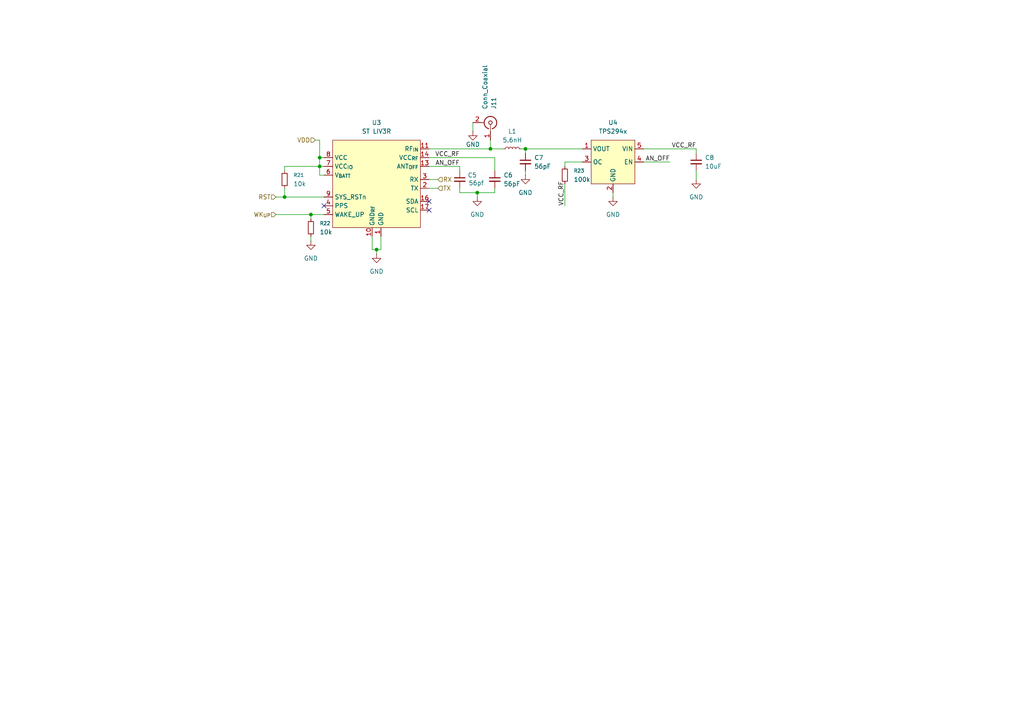
<source format=kicad_sch>
(kicad_sch (version 20250114) (generator "eeschema") (generator_version "9.0")
  (paper "A4")
  (lib_symbols
    (symbol "CompVuelo:ST_LIV3F"
      (property "Reference" "U" (at 0 15.748 0))
      (property "Value" "ST LIV3R" (at 0 13.716 0))
      (symbol "ST_LIV3F_1_1"
        (rectangle (start -12.7 11.43) (end 12.7 -13.97) (fill (type background)))
        (pin input line (at -15.24 6.35 0) (length 2.54) (name "VCC") (number "8"))
        (pin input line (at -15.24 3.81 0) (length 2.54) (name "VCC_{IO}") (number "7"))
        (pin input line (at -15.24 1.27 0) (length 2.54) (name "V_{BATT}") (number "6"))
        (pin input line (at -15.24 -5.08 0) (length 2.54) (name "SYS_RSTn") (number "9"))
        (pin input line (at -15.24 -7.62 0) (length 2.54) (name "PPS") (number "4"))
        (pin input line (at -15.24 -10.16 0) (length 2.54) (name "WAKE_UP") (number "5"))
        (pin passive line (at -1.27 -16.51 90) (length 2.54) (name "GND_{RF}") (number "10"))
        (pin passive line (at 1.27 -16.51 90) (length 2.54) (name "GND") (number "1"))
        (pin input line (at 15.24 8.89 180) (length 2.54) (name "RF_{IN}") (number "11"))
        (pin input line (at 15.24 6.35 180) (length 2.54) (name "VCC_{RF}") (number "14"))
        (pin input line (at 15.24 3.81 180) (length 2.54) (name "ANT_{OFF}") (number "13"))
        (pin input line (at 15.24 0 180) (length 2.54) (name "RX") (number "3"))
        (pin input line (at 15.24 -2.54 180) (length 2.54) (name "TX") (number "2"))
        (pin input line (at 15.24 -6.35 180) (length 2.54) (name "SDA") (number "16"))
        (pin input line (at 15.24 -8.89 180) (length 2.54) (name "SCL") (number "17"))
      )
    )
    (symbol "CompVuelo:TPS294x"
      (property "Reference" "U" (at 0 9.398 0))
      (property "Value" "TPS294x" (at 0 7.62 0))
      (symbol "TPS294x_1_1"
        (rectangle (start -6.35 6.35) (end 6.35 -6.35) (fill (type background)))
        (pin power_in line (at -8.89 3.81 0) (length 2.54) (name "VIN") (number "5"))
        (pin tri_state line (at -8.89 0 0) (length 2.54) (name "EN") (number "4"))
        (pin passive line (at 0 -8.89 90) (length 2.54) (name "GND") (number "2"))
        (pin power_out line (at 8.89 3.81 180) (length 2.54) (name "VOUT") (number "1"))
        (pin passive line (at 8.89 0 180) (length 2.54) (name "OC") (number "3"))
      )
    )
    (symbol "Connector:Conn_Coaxial" (pin_names (offset 1.016) (hide yes))
      (property "Reference" "J" (at 0.254 3.048 0))
      (property "Value" "Conn_Coaxial" (at 2.921 0 90))
      (symbol "Conn_Coaxial_0_1"
        (polyline (pts (xy -2.54 0) (xy -0.508 0)))
        (arc (start 1.778 0) (mid 0.222 -1.8079) (end -1.778 -0.508) (stroke (width 0.254)))
        (arc (start -1.778 0.508) (mid 0.2221 1.8084) (end 1.778 0) (stroke (width 0.254)))
        (circle (center 0 0) (radius 0.508) (stroke (width 0.2032)))
        (polyline (pts (xy 0 -2.54) (xy 0 -1.778)))
      )
      (symbol "Conn_Coaxial_1_1"
        (pin passive line (at -5.08 0 0) (length 2.54) (name "In") (number "1"))
        (pin passive line (at 0 -5.08 90) (length 2.54) (name "Ext") (number "2"))
      )
    )
    (symbol "Device:C_Small" (pin_numbers (hide yes)) (pin_names (offset 0.254) (hide yes))
      (property "Reference" "C" (at 0.254 1.778 0))
      (property "Value" "C_Small" (at 0.254 -2.032 0))
      (symbol "C_Small_0_1"
        (polyline (pts (xy -1.524 0.508) (xy 1.524 0.508)) (stroke (width 0.3048)))
        (polyline (pts (xy -1.524 -0.508) (xy 1.524 -0.508)) (stroke (width 0.3302)))
      )
      (symbol "C_Small_1_1"
        (pin passive line (at 0 2.54 270) (length 2.032) (name "~") (number "1"))
        (pin passive line (at 0 -2.54 90) (length 2.032) (name "~") (number "2"))
      )
    )
    (symbol "Device:L_Small" (pin_numbers (hide yes)) (pin_names (offset 0.254) (hide yes))
      (property "Reference" "L" (at 0.762 1.016 0))
      (property "Value" "L_Small" (at 0.762 -1.016 0))
      (symbol "L_Small_0_1"
        (arc (start 0 2.032) (mid 0.5058 1.524) (end 0 1.016))
        (arc (start 0 1.016) (mid 0.5058 0.508) (end 0 0))
        (arc (start 0 0) (mid 0.5058 -0.508) (end 0 -1.016))
        (arc (start 0 -1.016) (mid 0.5058 -1.524) (end 0 -2.032))
      )
      (symbol "L_Small_1_1"
        (pin passive line (at 0 2.54 270) (length 0.508) (name "~") (number "1"))
        (pin passive line (at 0 -2.54 90) (length 0.508) (name "~") (number "2"))
      )
    )
    (symbol "Device:R_Small" (pin_numbers (hide yes)) (pin_names (offset 0.254) (hide yes))
      (property "Reference" "R" (at 0 0 90))
      (property "Value" "R_Small" (at 1.778 0 90))
      (symbol "R_Small_0_1"
        (rectangle (start -0.762 1.778) (end 0.762 -1.778) (stroke (width 0.2032)))
      )
      (symbol "R_Small_1_1"
        (pin passive line (at 0 2.54 270) (length 0.762) (name "~") (number "1"))
        (pin passive line (at 0 -2.54 90) (length 0.762) (name "~") (number "2"))
      )
    )
    (symbol "power:GND" (power) (pin_numbers (hide yes)) (pin_names (offset 0) (hide yes))
      (property "Value" "GND" (at 0 -3.81 0))
      (symbol "GND_0_1"
        (polyline (pts (xy 0 0) (xy 0 -1.27) (xy 1.27 -1.27) (xy 0 -2.54) (xy -1.27 -1.27) (xy 0 -1.27)))
      )
      (symbol "GND_1_1"
        (pin power_in line (at 0 0 270) (length 0) (name "~") (number "1"))
      )
    )
  )
  (junction (at 90.17 62.23))
  (junction (at 152.4 43.18))
  (junction (at 138.43 55.88))
  (junction (at 142.24 43.18))
  (junction (at 82.55 57.15))
  (junction (at 109.22 72.39))
  (junction (at 92.71 45.72))
  (junction (at 92.71 48.26))
  (no_connect (at 93.98 59.69))
  (no_connect (at 124.46 58.42))
  (no_connect (at 124.46 60.96))
  (wire (pts (xy 152.4 43.18) (xy 151.13 43.18)))
  (wire (pts (xy 186.69 46.99) (xy 194.31 46.99)))
  (wire (pts (xy 110.49 68.58) (xy 110.49 72.39)))
  (wire (pts (xy 163.83 46.99) (xy 168.91 46.99)))
  (wire (pts (xy 138.43 55.88) (xy 143.51 55.88)))
  (wire (pts (xy 92.71 48.26) (xy 92.71 50.8)))
  (wire (pts (xy 90.17 62.23) (xy 93.98 62.23)))
  (wire (pts (xy 137.16 38.1) (xy 137.16 35.56)))
  (wire (pts (xy 142.24 43.18) (xy 146.05 43.18)))
  (wire (pts (xy 143.51 45.72) (xy 143.51 49.53)))
  (wire (pts (xy 163.83 53.34) (xy 163.83 59.69)))
  (wire (pts (xy 80.01 62.23) (xy 90.17 62.23)))
  (wire (pts (xy 92.71 45.72) (xy 92.71 48.26)))
  (wire (pts (xy 142.24 43.18) (xy 124.46 43.18)))
  (wire (pts (xy 91.44 40.64) (xy 92.71 40.64)))
  (wire (pts (xy 133.35 49.53) (xy 133.35 48.26)))
  (wire (pts (xy 80.01 57.15) (xy 82.55 57.15)))
  (wire (pts (xy 127 52.07) (xy 124.46 52.07)))
  (wire (pts (xy 152.4 50.8) (xy 152.4 49.53)))
  (wire (pts (xy 124.46 45.72) (xy 143.51 45.72)))
  (wire (pts (xy 133.35 55.88) (xy 138.43 55.88)))
  (wire (pts (xy 107.95 72.39) (xy 109.22 72.39)))
  (wire (pts (xy 152.4 44.45) (xy 152.4 43.18)))
  (wire (pts (xy 82.55 54.61) (xy 82.55 57.15)))
  (wire (pts (xy 143.51 55.88) (xy 143.51 54.61)))
  (wire (pts (xy 109.22 72.39) (xy 110.49 72.39)))
  (wire (pts (xy 133.35 54.61) (xy 133.35 55.88)))
  (wire (pts (xy 92.71 48.26) (xy 93.98 48.26)))
  (wire (pts (xy 201.93 52.07) (xy 201.93 49.53)))
  (wire (pts (xy 82.55 57.15) (xy 93.98 57.15)))
  (wire (pts (xy 138.43 57.15) (xy 138.43 55.88)))
  (wire (pts (xy 82.55 48.26) (xy 82.55 49.53)))
  (wire (pts (xy 163.83 46.99) (xy 163.83 48.26)))
  (wire (pts (xy 107.95 68.58) (xy 107.95 72.39)))
  (wire (pts (xy 92.71 45.72) (xy 93.98 45.72)))
  (wire (pts (xy 109.22 73.66) (xy 109.22 72.39)))
  (wire (pts (xy 186.69 43.18) (xy 201.93 43.18)))
  (wire (pts (xy 152.4 43.18) (xy 168.91 43.18)))
  (wire (pts (xy 142.24 40.64) (xy 142.24 43.18)))
  (wire (pts (xy 92.71 40.64) (xy 92.71 45.72)))
  (wire (pts (xy 201.93 43.18) (xy 201.93 44.45)))
  (wire (pts (xy 124.46 48.26) (xy 133.35 48.26)))
  (wire (pts (xy 177.8 57.15) (xy 177.8 55.88)))
  (wire (pts (xy 90.17 63.5) (xy 90.17 62.23)))
  (wire (pts (xy 92.71 50.8) (xy 93.98 50.8)))
  (wire (pts (xy 82.55 48.26) (xy 92.71 48.26)))
  (wire (pts (xy 127 54.61) (xy 124.46 54.61)))
  (wire (pts (xy 90.17 69.85) (xy 90.17 68.58)))
  (label "VCC_RF" (at 201.93 43.18 180))
  (label "AN_OFF" (at 194.31 46.99 180))
  (label "VCC_RF" (at 133.35 45.72 180))
  (label "VCC_RF" (at 163.83 59.69 90))
  (label "AN_OFF" (at 133.35 48.26 180))
  (hierarchical_label "WK_{UP}" (shape input) (at 80.01 62.23 180))
  (hierarchical_label "VDD" (shape input) (at 91.44 40.64 180))
  (hierarchical_label "RST" (shape input) (at 80.01 57.15 180))
  (hierarchical_label "RX" (shape input) (at 127 52.07 0))
  (hierarchical_label "TX" (shape input) (at 127 54.61 0))
  (symbol (lib_id "Device:C_Small") (at 201.93 46.99 0) (unit 1)
    (property "Reference" "C8" (at 204.47 45.7262 0) (effects (justify left)))
    (property "Value" "10uF" (at 204.47 48.2662 0) (effects (justify left)))
    (property "Footprint" "Capacitor_SMD:C_0805_2012Metric_Pad1.18x1.45mm_HandSolder" (effects (hide yes)))
    (property "Description" "Unpolarized capacitor, small symbol" (effects (hide yes)))
  )
  (symbol (lib_id "power:GND") (at 138.43 57.15 0) (unit 1)
    (property "Reference" "#PWR048" (effects (hide yes)))
    (property "Value" "GND" (at 138.43 62.23 0))
    (property "Description" "Power symbol creates a global label with name \"GND\" , ground" (effects (hide yes)))
  )
  (symbol (lib_id "power:GND") (at 152.4 50.8 0) (unit 1)
    (property "Reference" "#PWR049" (effects (hide yes)))
    (property "Value" "GND" (at 152.4 55.88 0))
    (property "Description" "Power symbol creates a global label with name \"GND\" , ground" (effects (hide yes)))
  )
  (symbol (lib_id "CompVuelo:ST_LIV3F") (at 109.22 52.07 0) (unit 1)
    (property "Reference" "U3" (at 109.22 35.56 0))
    (property "Value" "ST LIV3R" (at 109.22 38.1 0))
    (property "Footprint" "CompVuelo:LIV3F" (effects (hide yes)))
    (property "Datasheet" "https://www.st.com/resource/en/datasheet/teseo-liv3r.pdf" (effects (hide yes)))
    (property "Description" "The Teseo-LIV3R module is an easy to use Global Navigation Satellite System (GNSS) standalone module, embedding Teseo III single die standalone positioning receiver IC working simultaneously on multiple constellations" (effects (hide yes)))
  )
  (symbol (lib_id "Device:C_Small") (at 152.4 46.99 0) (unit 1)
    (property "Reference" "C7" (at 154.94 45.7262 0) (effects (justify left)))
    (property "Value" "56pF" (at 154.94 48.2662 0) (effects (justify left)))
    (property "Footprint" "Capacitor_SMD:C_0805_2012Metric_Pad1.18x1.45mm_HandSolder" (effects (hide yes)))
    (property "Description" "Unpolarized capacitor, small symbol" (effects (hide yes)))
  )
  (symbol (lib_id "Device:C_Small") (at 143.51 52.07 0) (unit 1)
    (property "Reference" "C6" (at 146.05 50.8062 0) (effects (justify left)))
    (property "Value" "56pF" (at 146.05 53.3462 0) (effects (justify left)))
    (property "Footprint" "Capacitor_SMD:C_0805_2012Metric_Pad1.18x1.45mm_HandSolder" (effects (hide yes)))
    (property "Description" "Unpolarized capacitor, small symbol" (effects (hide yes)))
  )
  (symbol (lib_id "Device:R_Small") (at 82.55 52.07 0) (unit 1)
    (property "Reference" "R21" (at 85.09 50.7999 0) (effects (font (size 1.016 1.016)) (justify left)))
    (property "Value" "10k" (at 85.09 53.3399 0) (effects (justify left)))
    (property "Footprint" "Resistor_SMD:R_0805_2012Metric_Pad1.20x1.40mm_HandSolder" (effects (hide yes)))
    (property "Description" "Resistor, small symbol" (effects (hide yes)))
  )
  (symbol (lib_id "power:GND") (at 90.17 69.85 0) (unit 1)
    (property "Reference" "#PWR045" (effects (hide yes)))
    (property "Value" "GND" (at 90.17 74.93 0))
    (property "Description" "Power symbol creates a global label with name \"GND\" , ground" (effects (hide yes)))
  )
  (symbol (lib_id "CompVuelo:TPS294x") (at 177.8 46.99 0) (mirror y) (unit 1)
    (property "Reference" "U4" (at 177.8 35.56 0))
    (property "Value" "TPS294x" (at 177.8 38.1 0))
    (property "Footprint" "Package_TO_SOT_SMD:Texas_R-PDSO-G5_DCK-5" (effects (hide yes)))
    (property "Datasheet" "https://www.ti.com/lit/ds/symlink/tps22943.pdf" (effects (hide yes)))
    (property "Description" "The TPS22941/2/3/4/5 load switches provide protection to systems and loads in high-current conditions. The devices contain a 0.4-Ω current-limited P-channel MOSFET that can operate over an input voltage range of 1.62 V to 5.5 V. Current is prevented from flowing when the MOSFET is off. The switch is controlled by an on/off input (ON), which is capable of interfacing directly with low-voltage control signals. The TPS22941/2/3/4/5 includes thermal shutdown protection that prevents damage to the device when a continuous over-current condition causes excessive heating by turning off the switch." (effects (hide yes)))
  )
  (symbol (lib_id "power:GND") (at 109.22 73.66 0) (unit 1)
    (property "Reference" "#PWR046" (effects (hide yes)))
    (property "Value" "GND" (at 109.22 78.74 0))
    (property "Description" "Power symbol creates a global label with name \"GND\" , ground" (effects (hide yes)))
  )
  (symbol (lib_id "Connector:Conn_Coaxial") (at 142.24 35.56 270) (mirror x) (unit 1)
    (property "Reference" "J11" (at 143.2169 31.75 0) (effects (justify left)))
    (property "Value" "Conn_Coaxial" (at 140.6769 31.75 0) (effects (justify left)))
    (property "Footprint" "Connector_Coaxial:SMA_Molex_73251-2120_EdgeMount_Horizontal" (effects (hide yes)))
    (property "Description" "coaxial connector (BNC, SMA, SMB, SMC, Cinch/RCA, LEMO, ...)" (effects (hide yes)))
  )
  (symbol (lib_id "power:GND") (at 137.16 38.1 0) (unit 1)
    (property "Reference" "#PWR047" (effects (hide yes)))
    (property "Value" "GND" (at 137.16 41.91 0))
    (property "Description" "Power symbol creates a global label with name \"GND\" , ground" (effects (hide yes)))
  )
  (symbol (lib_id "Device:R_Small") (at 163.83 50.8 0) (unit 1)
    (property "Reference" "R23" (at 166.37 49.5299 0) (effects (font (size 1.016 1.016)) (justify left)))
    (property "Value" "100k" (at 166.37 52.0699 0) (effects (justify left)))
    (property "Footprint" "Resistor_SMD:R_0805_2012Metric_Pad1.20x1.40mm_HandSolder" (effects (hide yes)))
    (property "Description" "Resistor, small symbol" (effects (hide yes)))
  )
  (symbol (lib_id "power:GND") (at 177.8 57.15 0) (unit 1)
    (property "Reference" "#PWR050" (effects (hide yes)))
    (property "Value" "GND" (at 177.8 62.23 0))
    (property "Description" "Power symbol creates a global label with name \"GND\" , ground" (effects (hide yes)))
  )
  (symbol (lib_id "power:GND") (at 201.93 52.07 0) (unit 1)
    (property "Reference" "#PWR051" (effects (hide yes)))
    (property "Value" "GND" (at 201.93 57.15 0))
    (property "Description" "Power symbol creates a global label with name \"GND\" , ground" (effects (hide yes)))
  )
  (symbol (lib_id "Device:C_Small") (at 133.35 52.07 0) (unit 1)
    (property "Reference" "C5" (at 135.636 50.8 0) (effects (justify left)))
    (property "Value" "56pf" (at 135.89 53.086 0) (effects (justify left)))
    (property "Footprint" "Capacitor_SMD:C_0805_2012Metric_Pad1.18x1.45mm_HandSolder" (effects (hide yes)))
    (property "Description" "Unpolarized capacitor, small symbol" (effects (hide yes)))
  )
  (symbol (lib_id "Device:L_Small") (at 148.59 43.18 90) (unit 1)
    (property "Reference" "L1" (at 148.59 38.1 90))
    (property "Value" "5.6nH" (at 148.59 40.64 90))
    (property "Footprint" "Capacitor_SMD:C_0402_1005Metric" (effects (hide yes)))
    (property "Description" "Inductor, small symbol" (effects (hide yes)))
  )
  (symbol (lib_id "Device:R_Small") (at 90.17 66.04 0) (unit 1)
    (property "Reference" "R22" (at 92.71 64.7699 0) (effects (font (size 1.016 1.016)) (justify left)))
    (property "Value" "10k" (at 92.71 67.3099 0) (effects (justify left)))
    (property "Footprint" "Resistor_SMD:R_0805_2012Metric_Pad1.20x1.40mm_HandSolder" (effects (hide yes)))
    (property "Description" "Resistor, small symbol" (effects (hide yes)))
  )
)
</source>
